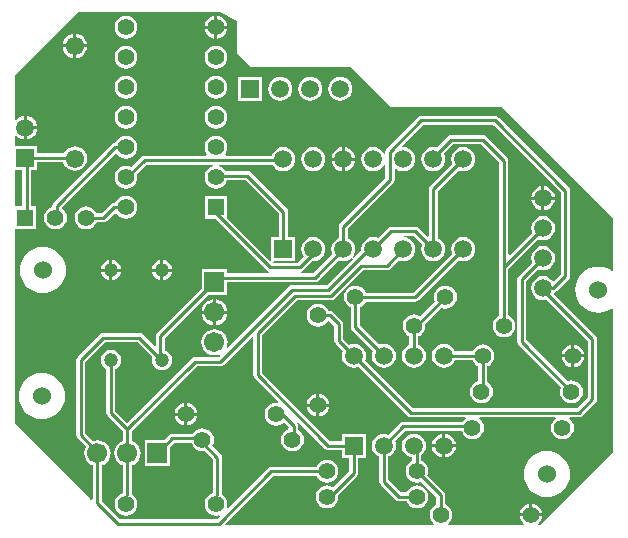
<source format=gtl>
G04*
G04 #@! TF.GenerationSoftware,Altium Limited,Altium Designer,19.1.8 (144)*
G04*
G04 Layer_Physical_Order=1*
G04 Layer_Color=255*
%FSLAX23Y23*%
%MOIN*%
G70*
G01*
G75*
%ADD13C,0.010*%
%ADD26C,0.056*%
%ADD27R,0.056X0.056*%
%ADD32C,0.060*%
%ADD33C,0.055*%
%ADD34C,0.061*%
%ADD35C,0.059*%
%ADD36R,0.059X0.059*%
%ADD37C,0.047*%
%ADD38R,0.055X0.055*%
%ADD39R,0.059X0.059*%
%ADD40C,0.067*%
%ADD41R,0.067X0.067*%
%ADD42R,0.067X0.067*%
G36*
X2005Y3013D02*
X1980D01*
Y3135D01*
X2005D01*
Y3013D01*
D02*
G37*
G36*
X2720Y3630D02*
Y3525D01*
X2767Y3477D01*
X3100D01*
X3233Y3345D01*
X3605Y3345D01*
X3975Y2975D01*
X3975Y2799D01*
X3970Y2797D01*
X3968Y2799D01*
X3955Y2806D01*
X3940Y2811D01*
X3925Y2812D01*
X3910Y2811D01*
X3895Y2806D01*
X3882Y2799D01*
X3870Y2790D01*
X3861Y2778D01*
X3854Y2765D01*
X3849Y2750D01*
X3848Y2735D01*
X3849Y2720D01*
X3854Y2705D01*
X3861Y2692D01*
X3870Y2680D01*
X3882Y2671D01*
X3895Y2664D01*
X3910Y2659D01*
X3925Y2658D01*
X3940Y2659D01*
X3955Y2664D01*
X3968Y2671D01*
X3970Y2673D01*
X3975Y2671D01*
X3975Y2195D01*
X3730Y1950D01*
X3724D01*
X3723Y1955D01*
X3727Y1958D01*
X3733Y1966D01*
X3737Y1975D01*
X3737Y1980D01*
X3700D01*
X3663D01*
X3663Y1975D01*
X3667Y1966D01*
X3673Y1958D01*
X3677Y1955D01*
X3676Y1950D01*
X3424D01*
X3423Y1955D01*
X3427Y1958D01*
X3433Y1966D01*
X3437Y1975D01*
X3438Y1985D01*
X3437Y1995D01*
X3433Y2004D01*
X3427Y2012D01*
X3419Y2018D01*
X3415Y2019D01*
Y2050D01*
X3414Y2056D01*
X3411Y2061D01*
X3355Y2117D01*
X3357Y2120D01*
X3358Y2130D01*
X3357Y2140D01*
X3353Y2149D01*
X3347Y2157D01*
X3339Y2163D01*
X3335Y2164D01*
Y2185D01*
X3338Y2187D01*
X3345Y2195D01*
X3349Y2205D01*
X3350Y2215D01*
X3349Y2225D01*
X3345Y2235D01*
X3338Y2243D01*
X3330Y2250D01*
X3320Y2254D01*
X3310Y2255D01*
X3300Y2254D01*
X3290Y2250D01*
X3282Y2243D01*
X3275Y2235D01*
X3271Y2225D01*
X3270Y2215D01*
X3271Y2205D01*
X3275Y2195D01*
X3282Y2187D01*
X3290Y2180D01*
X3300Y2176D01*
X3305Y2176D01*
Y2164D01*
X3301Y2163D01*
X3293Y2157D01*
X3287Y2149D01*
X3283Y2140D01*
X3282Y2130D01*
X3283Y2120D01*
X3287Y2111D01*
X3293Y2103D01*
X3301Y2097D01*
X3310Y2093D01*
X3320Y2092D01*
X3330Y2093D01*
X3333Y2095D01*
X3385Y2044D01*
Y2019D01*
X3381Y2018D01*
X3373Y2012D01*
X3367Y2004D01*
X3363Y1995D01*
X3362Y1985D01*
X3363Y1975D01*
X3367Y1966D01*
X3373Y1958D01*
X3377Y1955D01*
X3376Y1950D01*
X2683Y1950D01*
X2681Y1955D01*
X2841Y2115D01*
X2986D01*
X2987Y2111D01*
X2993Y2103D01*
X3001Y2097D01*
X3010Y2093D01*
X3020Y2092D01*
X3030Y2093D01*
X3039Y2097D01*
X3047Y2103D01*
X3053Y2111D01*
X3057Y2120D01*
X3058Y2130D01*
X3057Y2140D01*
X3053Y2149D01*
X3047Y2157D01*
X3039Y2163D01*
X3030Y2167D01*
X3020Y2168D01*
X3010Y2167D01*
X3001Y2163D01*
X2993Y2157D01*
X2987Y2149D01*
X2986Y2145D01*
X2835D01*
X2829Y2144D01*
X2824Y2141D01*
X2691Y2008D01*
X2687Y2010D01*
X2687Y2010D01*
X2688Y2020D01*
X2687Y2030D01*
X2683Y2039D01*
X2677Y2047D01*
X2670Y2052D01*
Y2175D01*
X2669Y2181D01*
X2666Y2186D01*
X2637Y2215D01*
X2638Y2216D01*
X2642Y2225D01*
X2643Y2235D01*
X2642Y2245D01*
X2638Y2254D01*
X2632Y2262D01*
X2624Y2268D01*
X2615Y2272D01*
X2605Y2273D01*
X2595Y2272D01*
X2586Y2268D01*
X2578Y2262D01*
X2573Y2255D01*
X2505D01*
X2499Y2254D01*
X2494Y2251D01*
X2477Y2233D01*
X2412D01*
Y2147D01*
X2498D01*
Y2212D01*
X2511Y2225D01*
X2569D01*
X2572Y2216D01*
X2578Y2208D01*
X2586Y2202D01*
X2595Y2198D01*
X2605Y2197D01*
X2611Y2198D01*
X2640Y2169D01*
Y2056D01*
X2631Y2053D01*
X2623Y2047D01*
X2617Y2039D01*
X2613Y2030D01*
X2612Y2020D01*
X2613Y2010D01*
X2617Y2001D01*
X2623Y1993D01*
X2631Y1987D01*
X2640Y1983D01*
X2650Y1982D01*
X2660Y1983D01*
X2660Y1983D01*
X2662Y1979D01*
X2654Y1970D01*
X2331D01*
X2270Y2031D01*
Y2149D01*
X2277Y2152D01*
X2286Y2159D01*
X2293Y2168D01*
X2297Y2179D01*
X2299Y2190D01*
X2297Y2201D01*
X2293Y2212D01*
X2286Y2221D01*
X2277Y2228D01*
X2266Y2232D01*
X2255Y2234D01*
X2244Y2232D01*
X2241Y2231D01*
X2215Y2256D01*
Y2494D01*
X2281Y2560D01*
X2389D01*
X2438Y2510D01*
X2437Y2509D01*
X2436Y2500D01*
X2437Y2491D01*
X2441Y2483D01*
X2446Y2476D01*
X2453Y2471D01*
X2461Y2467D01*
X2470Y2466D01*
X2479Y2467D01*
X2487Y2471D01*
X2494Y2476D01*
X2499Y2483D01*
X2503Y2491D01*
X2504Y2500D01*
X2503Y2509D01*
X2499Y2517D01*
X2494Y2524D01*
X2487Y2529D01*
X2480Y2532D01*
Y2574D01*
X2623Y2717D01*
X2688D01*
Y2760D01*
X2980D01*
X2986Y2761D01*
X2991Y2764D01*
X3060Y2833D01*
X3065Y2831D01*
X3075Y2830D01*
X3085Y2831D01*
X3095Y2835D01*
X3100Y2839D01*
X3103Y2842D01*
X3106Y2838D01*
X3019Y2750D01*
X2905D01*
X2899Y2749D01*
X2894Y2746D01*
X2690Y2541D01*
X2686Y2544D01*
X2687Y2549D01*
X2689Y2560D01*
X2687Y2571D01*
X2683Y2582D01*
X2676Y2591D01*
X2667Y2598D01*
X2656Y2602D01*
X2645Y2604D01*
X2634Y2602D01*
X2623Y2598D01*
X2614Y2591D01*
X2607Y2582D01*
X2603Y2571D01*
X2601Y2560D01*
X2603Y2549D01*
X2607Y2538D01*
X2614Y2529D01*
X2623Y2522D01*
X2634Y2518D01*
X2645Y2516D01*
X2656Y2518D01*
X2661Y2519D01*
X2664Y2515D01*
X2659Y2510D01*
X2580D01*
X2574Y2509D01*
X2569Y2506D01*
X2355Y2292D01*
X2315Y2331D01*
Y2470D01*
X2317Y2471D01*
X2324Y2476D01*
X2329Y2483D01*
X2333Y2491D01*
X2334Y2500D01*
X2333Y2509D01*
X2329Y2517D01*
X2324Y2524D01*
X2317Y2529D01*
X2309Y2533D01*
X2300Y2534D01*
X2291Y2533D01*
X2283Y2529D01*
X2276Y2524D01*
X2271Y2517D01*
X2267Y2509D01*
X2266Y2500D01*
X2267Y2491D01*
X2271Y2483D01*
X2276Y2476D01*
X2283Y2471D01*
X2285Y2470D01*
Y2325D01*
X2286Y2319D01*
X2289Y2314D01*
X2340Y2264D01*
Y2231D01*
X2333Y2228D01*
X2324Y2221D01*
X2317Y2212D01*
X2313Y2201D01*
X2311Y2190D01*
X2313Y2179D01*
X2317Y2168D01*
X2324Y2159D01*
X2333Y2152D01*
X2340Y2149D01*
Y2056D01*
X2331Y2053D01*
X2323Y2047D01*
X2317Y2039D01*
X2313Y2030D01*
X2312Y2020D01*
X2313Y2010D01*
X2317Y2001D01*
X2323Y1993D01*
X2331Y1987D01*
X2340Y1983D01*
X2350Y1982D01*
X2360Y1983D01*
X2369Y1987D01*
X2377Y1993D01*
X2383Y2001D01*
X2387Y2010D01*
X2388Y2020D01*
X2387Y2030D01*
X2383Y2039D01*
X2377Y2047D01*
X2370Y2052D01*
Y2149D01*
X2377Y2152D01*
X2386Y2159D01*
X2393Y2168D01*
X2397Y2179D01*
X2399Y2190D01*
X2397Y2201D01*
X2393Y2212D01*
X2386Y2221D01*
X2377Y2228D01*
X2370Y2231D01*
Y2264D01*
X2586Y2480D01*
X2665D01*
X2671Y2481D01*
X2676Y2484D01*
X2770Y2578D01*
X2775Y2577D01*
Y2450D01*
X2776Y2444D01*
X2779Y2439D01*
X2856Y2362D01*
X2854Y2357D01*
X2850Y2358D01*
X2840Y2357D01*
X2831Y2353D01*
X2823Y2347D01*
X2817Y2339D01*
X2813Y2330D01*
X2812Y2320D01*
X2813Y2310D01*
X2817Y2301D01*
X2823Y2293D01*
X2831Y2287D01*
X2840Y2283D01*
X2850Y2282D01*
X2860Y2283D01*
X2869Y2287D01*
X2876Y2293D01*
X2892Y2276D01*
X2891Y2270D01*
X2886Y2268D01*
X2878Y2262D01*
X2872Y2254D01*
X2868Y2245D01*
X2867Y2235D01*
X2868Y2225D01*
X2872Y2216D01*
X2878Y2208D01*
X2886Y2202D01*
X2895Y2198D01*
X2905Y2197D01*
X2915Y2198D01*
X2924Y2202D01*
X2932Y2208D01*
X2938Y2216D01*
X2942Y2225D01*
X2943Y2235D01*
X2942Y2245D01*
X2938Y2254D01*
X2932Y2262D01*
X2925Y2267D01*
Y2280D01*
X2924Y2286D01*
X2921Y2290D01*
X2925Y2293D01*
X3014Y2204D01*
X3019Y2201D01*
X3025Y2200D01*
X3070D01*
Y2175D01*
X3095D01*
Y2131D01*
X3040Y2077D01*
X3039Y2078D01*
X3030Y2082D01*
X3020Y2083D01*
X3010Y2082D01*
X3001Y2078D01*
X2993Y2072D01*
X2987Y2064D01*
X2983Y2055D01*
X2982Y2045D01*
X2983Y2035D01*
X2987Y2026D01*
X2993Y2018D01*
X3001Y2012D01*
X3010Y2008D01*
X3020Y2007D01*
X3030Y2008D01*
X3039Y2012D01*
X3047Y2018D01*
X3053Y2026D01*
X3057Y2035D01*
X3058Y2045D01*
X3057Y2051D01*
X3121Y2114D01*
X3124Y2119D01*
X3125Y2125D01*
Y2175D01*
X3150D01*
Y2255D01*
X3070D01*
Y2230D01*
X3031D01*
X2805Y2456D01*
Y2584D01*
X2921Y2700D01*
X3035D01*
X3041Y2701D01*
X3046Y2704D01*
X3141Y2800D01*
X3220D01*
X3226Y2801D01*
X3231Y2804D01*
X3260Y2833D01*
X3265Y2831D01*
X3275Y2830D01*
X3285Y2831D01*
X3295Y2835D01*
X3303Y2842D01*
X3310Y2850D01*
X3314Y2860D01*
X3315Y2870D01*
X3314Y2880D01*
X3310Y2890D01*
X3303Y2898D01*
X3295Y2905D01*
X3285Y2909D01*
X3276Y2910D01*
X3277Y2915D01*
X3309D01*
X3338Y2885D01*
X3336Y2880D01*
X3335Y2870D01*
X3336Y2860D01*
X3340Y2850D01*
X3347Y2842D01*
X3355Y2835D01*
X3365Y2831D01*
X3375Y2830D01*
X3385Y2831D01*
X3395Y2835D01*
X3403Y2842D01*
X3410Y2850D01*
X3414Y2860D01*
X3415Y2870D01*
X3414Y2880D01*
X3410Y2890D01*
X3403Y2898D01*
X3395Y2905D01*
X3390Y2906D01*
Y3064D01*
X3460Y3133D01*
X3465Y3131D01*
X3475Y3130D01*
X3485Y3131D01*
X3495Y3135D01*
X3503Y3142D01*
X3510Y3150D01*
X3514Y3160D01*
X3515Y3170D01*
X3514Y3180D01*
X3510Y3190D01*
X3503Y3198D01*
X3495Y3205D01*
X3485Y3209D01*
X3475Y3210D01*
X3465Y3209D01*
X3455Y3205D01*
X3447Y3198D01*
X3440Y3190D01*
X3436Y3180D01*
X3435Y3170D01*
X3436Y3160D01*
X3438Y3155D01*
X3364Y3081D01*
X3361Y3076D01*
X3360Y3070D01*
Y2913D01*
X3355Y2912D01*
X3326Y2941D01*
X3321Y2944D01*
X3315Y2945D01*
X3235D01*
X3229Y2944D01*
X3224Y2941D01*
X3190Y2907D01*
X3185Y2909D01*
X3175Y2910D01*
X3165Y2909D01*
X3155Y2905D01*
X3147Y2898D01*
X3140Y2890D01*
X3136Y2880D01*
X3135Y2870D01*
X3136Y2867D01*
X3107Y2839D01*
X3103Y2842D01*
X3106Y2845D01*
X3110Y2850D01*
X3114Y2860D01*
X3115Y2870D01*
X3114Y2880D01*
X3110Y2890D01*
X3103Y2898D01*
X3095Y2905D01*
X3090Y2906D01*
Y2939D01*
X3241Y3090D01*
X3245Y3095D01*
X3246Y3100D01*
Y3136D01*
X3251Y3139D01*
X3255Y3135D01*
X3265Y3131D01*
X3275Y3130D01*
X3285Y3131D01*
X3295Y3135D01*
X3303Y3142D01*
X3310Y3150D01*
X3314Y3160D01*
X3315Y3170D01*
X3314Y3180D01*
X3310Y3190D01*
X3303Y3198D01*
X3295Y3205D01*
X3285Y3209D01*
X3275Y3210D01*
X3273Y3210D01*
X3271Y3214D01*
X3341Y3285D01*
X3574D01*
X3800Y3059D01*
Y2786D01*
X3777Y2763D01*
X3772Y2764D01*
X3768Y2768D01*
X3760Y2775D01*
X3750Y2779D01*
X3740Y2780D01*
X3730Y2779D01*
X3720Y2775D01*
X3712Y2768D01*
X3706Y2760D01*
X3702Y2750D01*
X3700Y2740D01*
X3702Y2730D01*
X3706Y2720D01*
X3712Y2712D01*
X3720Y2705D01*
X3730Y2701D01*
X3740Y2700D01*
X3750Y2701D01*
X3751Y2702D01*
X3890Y2564D01*
Y2376D01*
X3854Y2340D01*
X3306D01*
X3147Y2500D01*
X3149Y2505D01*
X3150Y2515D01*
X3149Y2525D01*
X3145Y2535D01*
X3138Y2543D01*
X3130Y2550D01*
X3120Y2554D01*
X3110Y2555D01*
X3100Y2554D01*
X3095Y2552D01*
X3075Y2571D01*
Y2620D01*
X3074Y2626D01*
X3071Y2631D01*
X3041Y2661D01*
X3036Y2664D01*
X3030Y2665D01*
X3024D01*
X3023Y2669D01*
X3017Y2677D01*
X3009Y2683D01*
X3000Y2687D01*
X2990Y2688D01*
X2980Y2687D01*
X2971Y2683D01*
X2963Y2677D01*
X2957Y2669D01*
X2953Y2660D01*
X2952Y2650D01*
X2953Y2640D01*
X2957Y2631D01*
X2963Y2623D01*
X2971Y2617D01*
X2980Y2613D01*
X2990Y2612D01*
X3000Y2613D01*
X3009Y2617D01*
X3017Y2623D01*
X3022Y2630D01*
X3028Y2631D01*
X3045Y2614D01*
Y2565D01*
X3046Y2559D01*
X3049Y2554D01*
X3073Y2530D01*
X3071Y2525D01*
X3070Y2515D01*
X3071Y2505D01*
X3075Y2495D01*
X3082Y2487D01*
X3090Y2480D01*
X3100Y2476D01*
X3110Y2475D01*
X3120Y2476D01*
X3125Y2478D01*
X3289Y2314D01*
X3294Y2311D01*
X3300Y2310D01*
X3480D01*
X3482Y2305D01*
X3478Y2302D01*
X3473Y2295D01*
X3275D01*
X3269Y2294D01*
X3264Y2291D01*
X3225Y2252D01*
X3220Y2254D01*
X3210Y2255D01*
X3200Y2254D01*
X3190Y2250D01*
X3182Y2243D01*
X3175Y2235D01*
X3171Y2225D01*
X3170Y2215D01*
X3171Y2205D01*
X3175Y2195D01*
X3182Y2187D01*
X3190Y2180D01*
X3195Y2179D01*
Y2095D01*
X3196Y2089D01*
X3199Y2084D01*
X3249Y2034D01*
X3254Y2031D01*
X3260Y2030D01*
X3286D01*
X3287Y2026D01*
X3293Y2018D01*
X3301Y2012D01*
X3310Y2008D01*
X3320Y2007D01*
X3330Y2008D01*
X3339Y2012D01*
X3347Y2018D01*
X3353Y2026D01*
X3357Y2035D01*
X3358Y2045D01*
X3357Y2055D01*
X3353Y2064D01*
X3347Y2072D01*
X3339Y2078D01*
X3330Y2082D01*
X3320Y2083D01*
X3310Y2082D01*
X3301Y2078D01*
X3293Y2072D01*
X3287Y2064D01*
X3286Y2060D01*
X3266D01*
X3225Y2101D01*
Y2179D01*
X3230Y2180D01*
X3238Y2187D01*
X3245Y2195D01*
X3249Y2205D01*
X3250Y2215D01*
X3249Y2225D01*
X3247Y2230D01*
X3281Y2265D01*
X3469D01*
X3472Y2256D01*
X3478Y2248D01*
X3486Y2242D01*
X3495Y2238D01*
X3505Y2237D01*
X3515Y2238D01*
X3524Y2242D01*
X3532Y2248D01*
X3538Y2256D01*
X3542Y2265D01*
X3543Y2275D01*
X3542Y2285D01*
X3538Y2294D01*
X3532Y2302D01*
X3528Y2305D01*
X3530Y2310D01*
X3780D01*
X3782Y2305D01*
X3778Y2302D01*
X3772Y2294D01*
X3768Y2285D01*
X3767Y2275D01*
X3768Y2265D01*
X3772Y2256D01*
X3778Y2248D01*
X3786Y2242D01*
X3795Y2238D01*
X3805Y2237D01*
X3815Y2238D01*
X3824Y2242D01*
X3832Y2248D01*
X3838Y2256D01*
X3842Y2265D01*
X3843Y2275D01*
X3842Y2285D01*
X3838Y2294D01*
X3832Y2302D01*
X3828Y2305D01*
X3830Y2310D01*
X3860D01*
X3866Y2311D01*
X3871Y2314D01*
X3916Y2359D01*
X3919Y2364D01*
X3920Y2370D01*
Y2570D01*
X3919Y2576D01*
X3916Y2581D01*
X3776Y2720D01*
X3778Y2725D01*
X3781Y2726D01*
X3786Y2729D01*
X3826Y2769D01*
X3829Y2774D01*
X3830Y2780D01*
Y3065D01*
X3829Y3071D01*
X3826Y3076D01*
X3591Y3311D01*
X3586Y3314D01*
X3580Y3315D01*
X3335D01*
X3329Y3314D01*
X3324Y3311D01*
X3220Y3206D01*
X3216Y3201D01*
X3215Y3195D01*
Y3189D01*
X3210Y3188D01*
X3210Y3190D01*
X3203Y3198D01*
X3195Y3205D01*
X3185Y3209D01*
X3175Y3210D01*
X3165Y3209D01*
X3155Y3205D01*
X3147Y3198D01*
X3140Y3190D01*
X3136Y3180D01*
X3135Y3170D01*
X3136Y3160D01*
X3140Y3150D01*
X3147Y3142D01*
X3155Y3135D01*
X3165Y3131D01*
X3175Y3130D01*
X3185Y3131D01*
X3195Y3135D01*
X3203Y3142D01*
X3210Y3150D01*
X3210Y3152D01*
X3215Y3151D01*
Y3107D01*
X3064Y2956D01*
X3061Y2951D01*
X3060Y2945D01*
Y2906D01*
X3055Y2905D01*
X3047Y2898D01*
X3040Y2890D01*
X3036Y2880D01*
X3035Y2870D01*
X3036Y2860D01*
X3038Y2855D01*
X2974Y2790D01*
X2933D01*
X2933Y2795D01*
X2936Y2796D01*
X2941Y2799D01*
X2972Y2831D01*
X2975Y2830D01*
X2985Y2831D01*
X2995Y2835D01*
X3003Y2842D01*
X3010Y2850D01*
X3014Y2860D01*
X3015Y2870D01*
X3014Y2880D01*
X3010Y2890D01*
X3003Y2898D01*
X2995Y2905D01*
X2985Y2909D01*
X2975Y2910D01*
X2965Y2909D01*
X2955Y2905D01*
X2947Y2898D01*
X2940Y2890D01*
X2936Y2880D01*
X2935Y2870D01*
X2936Y2860D01*
X2940Y2850D01*
X2944Y2846D01*
X2924Y2825D01*
X2841D01*
X2841Y2825D01*
X2844Y2830D01*
X2915D01*
Y2910D01*
X2890D01*
Y2995D01*
X2889Y3001D01*
X2886Y3006D01*
X2766Y3126D01*
X2761Y3129D01*
X2755Y3130D01*
X2682D01*
X2677Y3137D01*
X2669Y3143D01*
X2660Y3147D01*
X2661Y3152D01*
X2840D01*
X2840Y3150D01*
X2847Y3142D01*
X2855Y3135D01*
X2865Y3131D01*
X2875Y3130D01*
X2885Y3131D01*
X2895Y3135D01*
X2903Y3142D01*
X2910Y3150D01*
X2914Y3160D01*
X2915Y3170D01*
X2914Y3180D01*
X2910Y3190D01*
X2903Y3198D01*
X2895Y3205D01*
X2885Y3209D01*
X2875Y3210D01*
X2865Y3209D01*
X2855Y3205D01*
X2847Y3198D01*
X2840Y3190D01*
X2837Y3182D01*
X2683D01*
X2680Y3187D01*
X2683Y3191D01*
X2687Y3200D01*
X2688Y3210D01*
X2687Y3220D01*
X2683Y3229D01*
X2677Y3237D01*
X2669Y3243D01*
X2660Y3247D01*
X2650Y3248D01*
X2640Y3247D01*
X2631Y3243D01*
X2623Y3237D01*
X2617Y3229D01*
X2613Y3220D01*
X2612Y3210D01*
X2613Y3200D01*
X2617Y3191D01*
X2620Y3187D01*
X2617Y3182D01*
X2412D01*
X2406Y3181D01*
X2401Y3178D01*
X2367Y3144D01*
X2360Y3147D01*
X2350Y3148D01*
X2340Y3147D01*
X2331Y3143D01*
X2323Y3137D01*
X2317Y3129D01*
X2313Y3120D01*
X2312Y3110D01*
X2313Y3100D01*
X2317Y3091D01*
X2323Y3083D01*
X2331Y3077D01*
X2340Y3073D01*
X2350Y3072D01*
X2360Y3073D01*
X2369Y3077D01*
X2377Y3083D01*
X2383Y3091D01*
X2387Y3100D01*
X2388Y3110D01*
X2387Y3120D01*
X2387Y3120D01*
X2418Y3152D01*
X2639D01*
X2640Y3147D01*
X2631Y3143D01*
X2623Y3137D01*
X2617Y3129D01*
X2613Y3120D01*
X2612Y3110D01*
X2613Y3100D01*
X2617Y3091D01*
X2623Y3083D01*
X2631Y3077D01*
X2640Y3073D01*
X2650Y3072D01*
X2660Y3073D01*
X2669Y3077D01*
X2677Y3083D01*
X2683Y3091D01*
X2687Y3100D01*
X2749D01*
X2860Y2989D01*
Y2910D01*
X2835D01*
X2835Y2834D01*
Y2834D01*
Y2834D01*
X2835Y2833D01*
X2834Y2833D01*
X2830Y2831D01*
X2688Y2974D01*
Y3048D01*
X2612D01*
Y2972D01*
X2646D01*
X2819Y2799D01*
X2824Y2796D01*
X2827Y2795D01*
X2827Y2790D01*
X2688D01*
Y2803D01*
X2602D01*
Y2738D01*
X2454Y2591D01*
X2451Y2586D01*
X2450Y2580D01*
Y2548D01*
X2445Y2547D01*
X2406Y2586D01*
X2401Y2589D01*
X2395Y2590D01*
X2275D01*
X2269Y2589D01*
X2264Y2586D01*
X2189Y2511D01*
X2186Y2506D01*
X2185Y2500D01*
Y2250D01*
X2186Y2244D01*
X2189Y2239D01*
X2217Y2212D01*
X2213Y2201D01*
X2211Y2190D01*
X2213Y2179D01*
X2217Y2168D01*
X2224Y2159D01*
X2233Y2152D01*
X2240Y2149D01*
Y2037D01*
X2235Y2035D01*
X1980Y2290D01*
X1980Y2937D01*
X2050D01*
Y3013D01*
X2035D01*
Y3135D01*
X2055D01*
Y3160D01*
X2141D01*
X2145Y3152D01*
X2151Y3143D01*
X2160Y3137D01*
X2169Y3133D01*
X2180Y3131D01*
X2191Y3133D01*
X2200Y3137D01*
X2209Y3143D01*
X2215Y3152D01*
X2219Y3162D01*
X2221Y3172D01*
X2219Y3183D01*
X2215Y3193D01*
X2209Y3201D01*
X2200Y3208D01*
X2191Y3212D01*
X2180Y3213D01*
X2169Y3212D01*
X2160Y3208D01*
X2151Y3201D01*
X2145Y3193D01*
X2144Y3190D01*
X2055D01*
Y3215D01*
X1980D01*
Y3247D01*
X1985Y3249D01*
X1987Y3247D01*
X1995Y3240D01*
X2005Y3236D01*
X2010Y3236D01*
Y3275D01*
Y3314D01*
X2005Y3314D01*
X1995Y3310D01*
X1987Y3303D01*
X1985Y3301D01*
X1980Y3303D01*
Y3450D01*
X2190Y3660D01*
X2665D01*
X2720Y3630D01*
D02*
G37*
%LPC*%
G36*
X2655Y3648D02*
Y3615D01*
X2688D01*
X2687Y3620D01*
X2683Y3629D01*
X2677Y3637D01*
X2669Y3643D01*
X2660Y3647D01*
X2655Y3648D01*
D02*
G37*
G36*
X2645D02*
X2640Y3647D01*
X2631Y3643D01*
X2623Y3637D01*
X2617Y3629D01*
X2613Y3620D01*
X2612Y3615D01*
X2645D01*
Y3648D01*
D02*
G37*
G36*
X2688Y3605D02*
X2655D01*
Y3572D01*
X2660Y3573D01*
X2669Y3577D01*
X2677Y3583D01*
X2683Y3591D01*
X2687Y3600D01*
X2688Y3605D01*
D02*
G37*
G36*
X2645D02*
X2612D01*
X2613Y3600D01*
X2617Y3591D01*
X2623Y3583D01*
X2631Y3577D01*
X2640Y3573D01*
X2645Y3572D01*
Y3605D01*
D02*
G37*
G36*
X2350Y3648D02*
X2340Y3647D01*
X2331Y3643D01*
X2323Y3637D01*
X2317Y3629D01*
X2313Y3620D01*
X2312Y3610D01*
X2313Y3600D01*
X2317Y3591D01*
X2323Y3583D01*
X2331Y3577D01*
X2340Y3573D01*
X2350Y3572D01*
X2360Y3573D01*
X2369Y3577D01*
X2377Y3583D01*
X2383Y3591D01*
X2387Y3600D01*
X2388Y3610D01*
X2387Y3620D01*
X2383Y3629D01*
X2377Y3637D01*
X2369Y3643D01*
X2360Y3647D01*
X2350Y3648D01*
D02*
G37*
G36*
X2185Y3588D02*
Y3553D01*
X2220D01*
X2219Y3558D01*
X2215Y3568D01*
X2209Y3577D01*
X2200Y3583D01*
X2191Y3587D01*
X2185Y3588D01*
D02*
G37*
G36*
X2175Y3588D02*
X2169Y3587D01*
X2160Y3583D01*
X2151Y3577D01*
X2145Y3568D01*
X2141Y3558D01*
X2140Y3553D01*
X2175D01*
Y3588D01*
D02*
G37*
G36*
Y3543D02*
X2140D01*
X2141Y3537D01*
X2145Y3527D01*
X2151Y3519D01*
X2160Y3512D01*
X2169Y3508D01*
X2175Y3508D01*
Y3543D01*
D02*
G37*
G36*
X2220D02*
X2185D01*
Y3508D01*
X2191Y3508D01*
X2200Y3512D01*
X2209Y3519D01*
X2215Y3527D01*
X2219Y3537D01*
X2220Y3543D01*
D02*
G37*
G36*
X2650Y3548D02*
X2640Y3547D01*
X2631Y3543D01*
X2623Y3537D01*
X2617Y3529D01*
X2613Y3520D01*
X2612Y3510D01*
X2613Y3500D01*
X2617Y3491D01*
X2623Y3483D01*
X2631Y3477D01*
X2640Y3473D01*
X2650Y3472D01*
X2660Y3473D01*
X2669Y3477D01*
X2677Y3483D01*
X2683Y3491D01*
X2687Y3500D01*
X2688Y3510D01*
X2687Y3520D01*
X2683Y3529D01*
X2677Y3537D01*
X2669Y3543D01*
X2660Y3547D01*
X2650Y3548D01*
D02*
G37*
G36*
X2350D02*
X2340Y3547D01*
X2331Y3543D01*
X2323Y3537D01*
X2317Y3529D01*
X2313Y3520D01*
X2312Y3510D01*
X2313Y3500D01*
X2317Y3491D01*
X2323Y3483D01*
X2331Y3477D01*
X2340Y3473D01*
X2350Y3472D01*
X2360Y3473D01*
X2369Y3477D01*
X2377Y3483D01*
X2383Y3491D01*
X2387Y3500D01*
X2388Y3510D01*
X2387Y3520D01*
X2383Y3529D01*
X2377Y3537D01*
X2369Y3543D01*
X2360Y3547D01*
X2350Y3548D01*
D02*
G37*
G36*
X2650Y3448D02*
X2640Y3447D01*
X2631Y3443D01*
X2623Y3437D01*
X2617Y3429D01*
X2613Y3420D01*
X2612Y3410D01*
X2613Y3400D01*
X2617Y3391D01*
X2623Y3383D01*
X2631Y3377D01*
X2640Y3373D01*
X2650Y3372D01*
X2660Y3373D01*
X2669Y3377D01*
X2677Y3383D01*
X2683Y3391D01*
X2687Y3400D01*
X2688Y3410D01*
X2687Y3420D01*
X2683Y3429D01*
X2677Y3437D01*
X2669Y3443D01*
X2660Y3447D01*
X2650Y3448D01*
D02*
G37*
G36*
X2350D02*
X2340Y3447D01*
X2331Y3443D01*
X2323Y3437D01*
X2317Y3429D01*
X2313Y3420D01*
X2312Y3410D01*
X2313Y3400D01*
X2317Y3391D01*
X2323Y3383D01*
X2331Y3377D01*
X2340Y3373D01*
X2350Y3372D01*
X2360Y3373D01*
X2369Y3377D01*
X2377Y3383D01*
X2383Y3391D01*
X2387Y3400D01*
X2388Y3410D01*
X2387Y3420D01*
X2383Y3429D01*
X2377Y3437D01*
X2369Y3443D01*
X2360Y3447D01*
X2350Y3448D01*
D02*
G37*
G36*
X2805Y3445D02*
X2725D01*
Y3365D01*
X2805D01*
Y3445D01*
D02*
G37*
G36*
X3065Y3445D02*
X3055Y3444D01*
X3045Y3440D01*
X3037Y3433D01*
X3030Y3425D01*
X3026Y3415D01*
X3025Y3405D01*
X3026Y3395D01*
X3030Y3385D01*
X3037Y3377D01*
X3045Y3370D01*
X3055Y3366D01*
X3065Y3365D01*
X3075Y3366D01*
X3085Y3370D01*
X3093Y3377D01*
X3100Y3385D01*
X3104Y3395D01*
X3105Y3405D01*
X3104Y3415D01*
X3100Y3425D01*
X3093Y3433D01*
X3085Y3440D01*
X3075Y3444D01*
X3065Y3445D01*
D02*
G37*
G36*
X2965D02*
X2955Y3444D01*
X2945Y3440D01*
X2937Y3433D01*
X2930Y3425D01*
X2926Y3415D01*
X2925Y3405D01*
X2926Y3395D01*
X2930Y3385D01*
X2937Y3377D01*
X2945Y3370D01*
X2955Y3366D01*
X2965Y3365D01*
X2975Y3366D01*
X2985Y3370D01*
X2993Y3377D01*
X3000Y3385D01*
X3004Y3395D01*
X3005Y3405D01*
X3004Y3415D01*
X3000Y3425D01*
X2993Y3433D01*
X2985Y3440D01*
X2975Y3444D01*
X2965Y3445D01*
D02*
G37*
G36*
X2865D02*
X2855Y3444D01*
X2845Y3440D01*
X2837Y3433D01*
X2830Y3425D01*
X2826Y3415D01*
X2825Y3405D01*
X2826Y3395D01*
X2830Y3385D01*
X2837Y3377D01*
X2845Y3370D01*
X2855Y3366D01*
X2865Y3365D01*
X2875Y3366D01*
X2885Y3370D01*
X2893Y3377D01*
X2900Y3385D01*
X2904Y3395D01*
X2905Y3405D01*
X2904Y3415D01*
X2900Y3425D01*
X2893Y3433D01*
X2885Y3440D01*
X2875Y3444D01*
X2865Y3445D01*
D02*
G37*
G36*
X2020Y3314D02*
Y3280D01*
X2054D01*
X2054Y3285D01*
X2050Y3295D01*
X2043Y3303D01*
X2035Y3310D01*
X2025Y3314D01*
X2020Y3314D01*
D02*
G37*
G36*
X2650Y3348D02*
X2640Y3347D01*
X2631Y3343D01*
X2623Y3337D01*
X2617Y3329D01*
X2613Y3320D01*
X2612Y3310D01*
X2613Y3300D01*
X2617Y3291D01*
X2623Y3283D01*
X2631Y3277D01*
X2640Y3273D01*
X2650Y3272D01*
X2660Y3273D01*
X2669Y3277D01*
X2677Y3283D01*
X2683Y3291D01*
X2687Y3300D01*
X2688Y3310D01*
X2687Y3320D01*
X2683Y3329D01*
X2677Y3337D01*
X2669Y3343D01*
X2660Y3347D01*
X2650Y3348D01*
D02*
G37*
G36*
X2350D02*
X2340Y3347D01*
X2331Y3343D01*
X2323Y3337D01*
X2317Y3329D01*
X2313Y3320D01*
X2312Y3310D01*
X2313Y3300D01*
X2317Y3291D01*
X2323Y3283D01*
X2331Y3277D01*
X2340Y3273D01*
X2350Y3272D01*
X2360Y3273D01*
X2369Y3277D01*
X2377Y3283D01*
X2383Y3291D01*
X2387Y3300D01*
X2388Y3310D01*
X2387Y3320D01*
X2383Y3329D01*
X2377Y3337D01*
X2369Y3343D01*
X2360Y3347D01*
X2350Y3348D01*
D02*
G37*
G36*
X2054Y3270D02*
X2020D01*
Y3236D01*
X2025Y3236D01*
X2035Y3240D01*
X2043Y3247D01*
X2050Y3255D01*
X2054Y3265D01*
X2054Y3270D01*
D02*
G37*
G36*
X3080Y3209D02*
Y3175D01*
X3114D01*
X3114Y3180D01*
X3110Y3190D01*
X3103Y3198D01*
X3095Y3205D01*
X3085Y3209D01*
X3080Y3209D01*
D02*
G37*
G36*
X3070D02*
X3065Y3209D01*
X3055Y3205D01*
X3047Y3198D01*
X3040Y3190D01*
X3036Y3180D01*
X3036Y3175D01*
X3070D01*
Y3209D01*
D02*
G37*
G36*
X2350Y3248D02*
X2340Y3247D01*
X2331Y3243D01*
X2323Y3237D01*
X2317Y3229D01*
X2315Y3225D01*
X2315D01*
X2309Y3224D01*
X2304Y3221D01*
X2109Y3026D01*
X2106Y3021D01*
X2105Y3015D01*
Y3011D01*
X2096Y3008D01*
X2088Y3002D01*
X2082Y2994D01*
X2078Y2985D01*
X2077Y2975D01*
X2078Y2965D01*
X2082Y2956D01*
X2088Y2948D01*
X2096Y2942D01*
X2105Y2938D01*
X2115Y2937D01*
X2125Y2938D01*
X2134Y2942D01*
X2142Y2948D01*
X2148Y2956D01*
X2152Y2965D01*
X2153Y2975D01*
X2152Y2985D01*
X2148Y2994D01*
X2142Y3002D01*
X2138Y3005D01*
X2138Y3011D01*
X2314Y3188D01*
X2319Y3187D01*
X2323Y3183D01*
X2331Y3177D01*
X2340Y3173D01*
X2350Y3172D01*
X2360Y3173D01*
X2369Y3177D01*
X2377Y3183D01*
X2383Y3191D01*
X2387Y3200D01*
X2388Y3210D01*
X2387Y3220D01*
X2383Y3229D01*
X2377Y3237D01*
X2369Y3243D01*
X2360Y3247D01*
X2350Y3248D01*
D02*
G37*
G36*
X3114Y3165D02*
X3080D01*
Y3131D01*
X3085Y3131D01*
X3095Y3135D01*
X3103Y3142D01*
X3110Y3150D01*
X3114Y3160D01*
X3114Y3165D01*
D02*
G37*
G36*
X3070D02*
X3036D01*
X3036Y3160D01*
X3040Y3150D01*
X3047Y3142D01*
X3055Y3135D01*
X3065Y3131D01*
X3070Y3131D01*
Y3165D01*
D02*
G37*
G36*
X2975Y3210D02*
X2965Y3209D01*
X2955Y3205D01*
X2947Y3198D01*
X2940Y3190D01*
X2936Y3180D01*
X2935Y3170D01*
X2936Y3160D01*
X2940Y3150D01*
X2947Y3142D01*
X2955Y3135D01*
X2965Y3131D01*
X2975Y3130D01*
X2985Y3131D01*
X2995Y3135D01*
X3003Y3142D01*
X3010Y3150D01*
X3014Y3160D01*
X3015Y3170D01*
X3014Y3180D01*
X3010Y3190D01*
X3003Y3198D01*
X2995Y3205D01*
X2985Y3209D01*
X2975Y3210D01*
D02*
G37*
G36*
X3745Y3079D02*
Y3045D01*
X3779D01*
X3779Y3050D01*
X3775Y3060D01*
X3768Y3068D01*
X3760Y3075D01*
X3750Y3079D01*
X3745Y3079D01*
D02*
G37*
G36*
X3735D02*
X3730Y3079D01*
X3720Y3075D01*
X3712Y3068D01*
X3706Y3060D01*
X3702Y3050D01*
X3701Y3045D01*
X3735D01*
Y3079D01*
D02*
G37*
G36*
X3779Y3035D02*
X3745D01*
Y3001D01*
X3750Y3001D01*
X3760Y3005D01*
X3768Y3012D01*
X3775Y3020D01*
X3779Y3030D01*
X3779Y3035D01*
D02*
G37*
G36*
X3735D02*
X3701D01*
X3702Y3030D01*
X3706Y3020D01*
X3712Y3012D01*
X3720Y3005D01*
X3730Y3001D01*
X3735Y3001D01*
Y3035D01*
D02*
G37*
G36*
X2350Y3048D02*
X2340Y3047D01*
X2331Y3043D01*
X2323Y3037D01*
X2317Y3029D01*
X2315Y3025D01*
X2310D01*
X2304Y3024D01*
X2299Y3021D01*
X2269Y2990D01*
X2252D01*
X2250Y2994D01*
X2244Y3002D01*
X2236Y3008D01*
X2227Y3012D01*
X2217Y3013D01*
X2208Y3012D01*
X2198Y3008D01*
X2191Y3002D01*
X2185Y2994D01*
X2181Y2985D01*
X2179Y2975D01*
X2181Y2965D01*
X2185Y2956D01*
X2191Y2948D01*
X2198Y2942D01*
X2208Y2938D01*
X2217Y2937D01*
X2227Y2938D01*
X2236Y2942D01*
X2244Y2948D01*
X2250Y2956D01*
X2252Y2960D01*
X2275D01*
X2281Y2961D01*
X2286Y2964D01*
X2312Y2990D01*
X2318Y2989D01*
X2323Y2983D01*
X2331Y2977D01*
X2340Y2973D01*
X2350Y2972D01*
X2360Y2973D01*
X2369Y2977D01*
X2377Y2983D01*
X2383Y2991D01*
X2387Y3000D01*
X2388Y3010D01*
X2387Y3020D01*
X2383Y3029D01*
X2377Y3037D01*
X2369Y3043D01*
X2360Y3047D01*
X2350Y3048D01*
D02*
G37*
G36*
X3540Y3250D02*
X3435D01*
X3429Y3249D01*
X3424Y3246D01*
X3386Y3208D01*
X3385Y3209D01*
X3375Y3210D01*
X3365Y3209D01*
X3355Y3205D01*
X3347Y3198D01*
X3340Y3190D01*
X3336Y3180D01*
X3335Y3170D01*
X3336Y3160D01*
X3340Y3150D01*
X3347Y3142D01*
X3355Y3135D01*
X3365Y3131D01*
X3375Y3130D01*
X3385Y3131D01*
X3395Y3135D01*
X3403Y3142D01*
X3410Y3150D01*
X3414Y3160D01*
X3415Y3170D01*
X3414Y3180D01*
X3410Y3188D01*
X3441Y3220D01*
X3534D01*
X3595Y3159D01*
Y2810D01*
Y2649D01*
X3591Y2648D01*
X3583Y2642D01*
X3577Y2634D01*
X3573Y2625D01*
X3572Y2615D01*
X3573Y2605D01*
X3577Y2596D01*
X3583Y2588D01*
X3591Y2582D01*
X3600Y2578D01*
X3610Y2577D01*
X3620Y2578D01*
X3629Y2582D01*
X3637Y2588D01*
X3643Y2596D01*
X3647Y2605D01*
X3648Y2615D01*
X3647Y2625D01*
X3643Y2634D01*
X3637Y2642D01*
X3629Y2648D01*
X3625Y2649D01*
Y2804D01*
X3725Y2903D01*
X3730Y2901D01*
X3740Y2900D01*
X3750Y2901D01*
X3760Y2905D01*
X3768Y2912D01*
X3775Y2920D01*
X3779Y2930D01*
X3780Y2940D01*
X3779Y2950D01*
X3775Y2960D01*
X3768Y2968D01*
X3760Y2975D01*
X3750Y2979D01*
X3740Y2980D01*
X3730Y2979D01*
X3720Y2975D01*
X3712Y2968D01*
X3706Y2960D01*
X3702Y2950D01*
X3700Y2940D01*
X3702Y2930D01*
X3704Y2925D01*
X3630Y2851D01*
X3625Y2853D01*
Y3165D01*
X3624Y3171D01*
X3621Y3176D01*
X3551Y3246D01*
X3546Y3249D01*
X3540Y3250D01*
D02*
G37*
G36*
X3475Y2910D02*
X3465Y2909D01*
X3455Y2905D01*
X3447Y2898D01*
X3440Y2890D01*
X3436Y2880D01*
X3435Y2870D01*
X3436Y2860D01*
X3438Y2855D01*
X3309Y2725D01*
X3149D01*
X3148Y2729D01*
X3142Y2737D01*
X3134Y2743D01*
X3125Y2747D01*
X3115Y2748D01*
X3105Y2747D01*
X3096Y2743D01*
X3088Y2737D01*
X3082Y2729D01*
X3078Y2720D01*
X3077Y2710D01*
X3078Y2700D01*
X3082Y2691D01*
X3088Y2683D01*
X3096Y2677D01*
X3100Y2676D01*
Y2610D01*
X3101Y2604D01*
X3104Y2599D01*
X3173Y2530D01*
X3171Y2525D01*
X3170Y2515D01*
X3171Y2505D01*
X3175Y2495D01*
X3182Y2487D01*
X3190Y2480D01*
X3200Y2476D01*
X3210Y2475D01*
X3220Y2476D01*
X3230Y2480D01*
X3238Y2487D01*
X3245Y2495D01*
X3249Y2505D01*
X3250Y2515D01*
X3249Y2525D01*
X3245Y2535D01*
X3238Y2543D01*
X3230Y2550D01*
X3220Y2554D01*
X3210Y2555D01*
X3200Y2554D01*
X3195Y2552D01*
X3130Y2616D01*
Y2676D01*
X3134Y2677D01*
X3142Y2683D01*
X3148Y2691D01*
X3149Y2695D01*
X3315D01*
X3321Y2696D01*
X3326Y2699D01*
X3460Y2833D01*
X3465Y2831D01*
X3475Y2830D01*
X3485Y2831D01*
X3495Y2835D01*
X3503Y2842D01*
X3510Y2850D01*
X3514Y2860D01*
X3515Y2870D01*
X3514Y2880D01*
X3510Y2890D01*
X3503Y2898D01*
X3495Y2905D01*
X3485Y2909D01*
X3475Y2910D01*
D02*
G37*
G36*
X2305Y2833D02*
Y2805D01*
X2333D01*
X2333Y2809D01*
X2329Y2817D01*
X2324Y2824D01*
X2317Y2829D01*
X2309Y2833D01*
X2305Y2833D01*
D02*
G37*
G36*
X2475D02*
Y2805D01*
X2503D01*
X2503Y2809D01*
X2499Y2817D01*
X2494Y2824D01*
X2487Y2829D01*
X2479Y2833D01*
X2475Y2833D01*
D02*
G37*
G36*
X2465D02*
X2461Y2833D01*
X2453Y2829D01*
X2446Y2824D01*
X2441Y2817D01*
X2437Y2809D01*
X2437Y2805D01*
X2465D01*
Y2833D01*
D02*
G37*
G36*
X2295D02*
X2291Y2833D01*
X2283Y2829D01*
X2276Y2824D01*
X2271Y2817D01*
X2267Y2809D01*
X2267Y2805D01*
X2295D01*
Y2833D01*
D02*
G37*
G36*
X3740Y2880D02*
X3730Y2879D01*
X3720Y2875D01*
X3712Y2868D01*
X3706Y2860D01*
X3702Y2850D01*
X3700Y2840D01*
X3702Y2830D01*
X3704Y2825D01*
X3659Y2781D01*
X3656Y2776D01*
X3655Y2770D01*
Y2560D01*
X3656Y2554D01*
X3659Y2549D01*
X3800Y2408D01*
X3798Y2405D01*
X3797Y2395D01*
X3798Y2385D01*
X3802Y2376D01*
X3808Y2368D01*
X3816Y2362D01*
X3825Y2358D01*
X3835Y2357D01*
X3845Y2358D01*
X3854Y2362D01*
X3862Y2368D01*
X3868Y2376D01*
X3872Y2385D01*
X3873Y2395D01*
X3872Y2405D01*
X3868Y2414D01*
X3862Y2422D01*
X3854Y2428D01*
X3845Y2432D01*
X3835Y2433D01*
X3825Y2432D01*
X3822Y2430D01*
X3685Y2566D01*
Y2764D01*
X3725Y2803D01*
X3730Y2801D01*
X3740Y2800D01*
X3750Y2801D01*
X3760Y2805D01*
X3768Y2812D01*
X3775Y2820D01*
X3779Y2830D01*
X3780Y2840D01*
X3779Y2850D01*
X3775Y2860D01*
X3768Y2868D01*
X3760Y2875D01*
X3750Y2879D01*
X3740Y2880D01*
D02*
G37*
G36*
X2333Y2795D02*
X2305D01*
Y2767D01*
X2309Y2767D01*
X2317Y2771D01*
X2324Y2776D01*
X2329Y2783D01*
X2333Y2791D01*
X2333Y2795D01*
D02*
G37*
G36*
X2503D02*
X2475D01*
Y2767D01*
X2479Y2767D01*
X2487Y2771D01*
X2494Y2776D01*
X2499Y2783D01*
X2503Y2791D01*
X2503Y2795D01*
D02*
G37*
G36*
X2465D02*
X2437D01*
X2437Y2791D01*
X2441Y2783D01*
X2446Y2776D01*
X2453Y2771D01*
X2461Y2767D01*
X2465Y2767D01*
Y2795D01*
D02*
G37*
G36*
X2295D02*
X2267D01*
X2267Y2791D01*
X2271Y2783D01*
X2276Y2776D01*
X2283Y2771D01*
X2291Y2767D01*
X2295Y2767D01*
Y2795D01*
D02*
G37*
G36*
X2073Y2877D02*
X2058Y2876D01*
X2043Y2871D01*
X2030Y2864D01*
X2018Y2855D01*
X2009Y2843D01*
X2002Y2830D01*
X1997Y2815D01*
X1996Y2800D01*
X1997Y2785D01*
X2002Y2770D01*
X2009Y2757D01*
X2018Y2745D01*
X2030Y2736D01*
X2043Y2729D01*
X2058Y2724D01*
X2073Y2723D01*
X2088Y2724D01*
X2103Y2729D01*
X2116Y2736D01*
X2128Y2745D01*
X2137Y2757D01*
X2144Y2770D01*
X2149Y2785D01*
X2150Y2800D01*
X2149Y2815D01*
X2144Y2830D01*
X2137Y2843D01*
X2128Y2855D01*
X2116Y2864D01*
X2103Y2871D01*
X2088Y2876D01*
X2073Y2877D01*
D02*
G37*
G36*
X3415Y2748D02*
X3405Y2747D01*
X3396Y2743D01*
X3388Y2737D01*
X3382Y2729D01*
X3378Y2720D01*
X3377Y2710D01*
X3378Y2700D01*
X3380Y2697D01*
X3330Y2647D01*
X3329Y2648D01*
X3320Y2652D01*
X3310Y2653D01*
X3300Y2652D01*
X3291Y2648D01*
X3283Y2642D01*
X3277Y2634D01*
X3273Y2625D01*
X3272Y2615D01*
X3273Y2605D01*
X3277Y2596D01*
X3283Y2588D01*
X3291Y2582D01*
X3295Y2581D01*
Y2551D01*
X3290Y2550D01*
X3282Y2543D01*
X3275Y2535D01*
X3271Y2525D01*
X3270Y2515D01*
X3271Y2505D01*
X3275Y2495D01*
X3282Y2487D01*
X3290Y2480D01*
X3300Y2476D01*
X3310Y2475D01*
X3320Y2476D01*
X3330Y2480D01*
X3338Y2487D01*
X3345Y2495D01*
X3349Y2505D01*
X3350Y2515D01*
X3349Y2525D01*
X3345Y2535D01*
X3338Y2543D01*
X3330Y2550D01*
X3325Y2551D01*
Y2581D01*
X3329Y2582D01*
X3337Y2588D01*
X3343Y2596D01*
X3347Y2605D01*
X3348Y2615D01*
X3347Y2621D01*
X3402Y2675D01*
X3405Y2673D01*
X3415Y2672D01*
X3425Y2673D01*
X3434Y2677D01*
X3442Y2683D01*
X3448Y2691D01*
X3452Y2700D01*
X3453Y2710D01*
X3452Y2720D01*
X3448Y2729D01*
X3442Y2737D01*
X3434Y2743D01*
X3425Y2747D01*
X3415Y2748D01*
D02*
G37*
G36*
X2650Y2703D02*
Y2665D01*
X2688D01*
X2687Y2671D01*
X2683Y2682D01*
X2676Y2691D01*
X2667Y2698D01*
X2656Y2702D01*
X2650Y2703D01*
D02*
G37*
G36*
X2640D02*
X2634Y2702D01*
X2623Y2698D01*
X2614Y2691D01*
X2607Y2682D01*
X2603Y2671D01*
X2602Y2665D01*
X2640D01*
Y2703D01*
D02*
G37*
G36*
X2688Y2655D02*
X2650D01*
Y2617D01*
X2656Y2618D01*
X2667Y2622D01*
X2676Y2629D01*
X2683Y2638D01*
X2687Y2649D01*
X2688Y2655D01*
D02*
G37*
G36*
X2640D02*
X2602D01*
X2603Y2649D01*
X2607Y2638D01*
X2614Y2629D01*
X2623Y2622D01*
X2634Y2618D01*
X2640Y2617D01*
Y2655D01*
D02*
G37*
G36*
X3845Y2552D02*
Y2520D01*
X3877D01*
X3877Y2525D01*
X3873Y2534D01*
X3867Y2542D01*
X3859Y2548D01*
X3850Y2552D01*
X3845Y2552D01*
D02*
G37*
G36*
X3835D02*
X3830Y2552D01*
X3821Y2548D01*
X3813Y2542D01*
X3807Y2534D01*
X3803Y2525D01*
X3803Y2520D01*
X3835D01*
Y2552D01*
D02*
G37*
G36*
X3877Y2510D02*
X3845D01*
Y2478D01*
X3850Y2478D01*
X3859Y2482D01*
X3867Y2488D01*
X3873Y2496D01*
X3877Y2505D01*
X3877Y2510D01*
D02*
G37*
G36*
X3835D02*
X3803D01*
X3803Y2505D01*
X3807Y2496D01*
X3813Y2488D01*
X3821Y2482D01*
X3830Y2478D01*
X3835Y2478D01*
Y2510D01*
D02*
G37*
G36*
X3410Y2555D02*
X3400Y2554D01*
X3390Y2550D01*
X3382Y2543D01*
X3375Y2535D01*
X3371Y2525D01*
X3370Y2515D01*
X3371Y2505D01*
X3375Y2495D01*
X3382Y2487D01*
X3390Y2480D01*
X3400Y2476D01*
X3410Y2475D01*
X3420Y2476D01*
X3430Y2480D01*
X3438Y2487D01*
X3445Y2495D01*
X3446Y2500D01*
X3506D01*
X3507Y2496D01*
X3513Y2488D01*
X3521Y2482D01*
X3525Y2481D01*
Y2431D01*
X3516Y2428D01*
X3508Y2422D01*
X3502Y2414D01*
X3498Y2405D01*
X3497Y2395D01*
X3498Y2385D01*
X3502Y2376D01*
X3508Y2368D01*
X3516Y2362D01*
X3525Y2358D01*
X3535Y2357D01*
X3545Y2358D01*
X3554Y2362D01*
X3562Y2368D01*
X3568Y2376D01*
X3572Y2385D01*
X3573Y2395D01*
X3572Y2405D01*
X3568Y2414D01*
X3562Y2422D01*
X3555Y2427D01*
Y2481D01*
X3559Y2482D01*
X3567Y2488D01*
X3573Y2496D01*
X3577Y2505D01*
X3578Y2515D01*
X3577Y2525D01*
X3573Y2534D01*
X3567Y2542D01*
X3559Y2548D01*
X3550Y2552D01*
X3540Y2553D01*
X3530Y2552D01*
X3521Y2548D01*
X3513Y2542D01*
X3507Y2534D01*
X3506Y2530D01*
X3446D01*
X3445Y2535D01*
X3438Y2543D01*
X3430Y2550D01*
X3420Y2554D01*
X3410Y2555D01*
D02*
G37*
G36*
X2995Y2387D02*
Y2355D01*
X3027D01*
X3027Y2360D01*
X3023Y2369D01*
X3017Y2377D01*
X3009Y2383D01*
X3000Y2387D01*
X2995Y2387D01*
D02*
G37*
G36*
X2985D02*
X2980Y2387D01*
X2971Y2383D01*
X2963Y2377D01*
X2957Y2369D01*
X2953Y2360D01*
X2953Y2355D01*
X2985D01*
Y2387D01*
D02*
G37*
G36*
X2555Y2357D02*
Y2325D01*
X2587D01*
X2587Y2330D01*
X2583Y2339D01*
X2577Y2347D01*
X2569Y2353D01*
X2560Y2357D01*
X2555Y2357D01*
D02*
G37*
G36*
X2545D02*
X2540Y2357D01*
X2531Y2353D01*
X2523Y2347D01*
X2517Y2339D01*
X2513Y2330D01*
X2513Y2325D01*
X2545D01*
Y2357D01*
D02*
G37*
G36*
X3027Y2345D02*
X2995D01*
Y2313D01*
X3000Y2313D01*
X3009Y2317D01*
X3017Y2323D01*
X3023Y2331D01*
X3027Y2340D01*
X3027Y2345D01*
D02*
G37*
G36*
X2985D02*
X2953D01*
X2953Y2340D01*
X2957Y2331D01*
X2963Y2323D01*
X2971Y2317D01*
X2980Y2313D01*
X2985Y2313D01*
Y2345D01*
D02*
G37*
G36*
X2070Y2457D02*
X2055Y2456D01*
X2040Y2451D01*
X2027Y2444D01*
X2015Y2435D01*
X2006Y2423D01*
X1999Y2410D01*
X1994Y2395D01*
X1993Y2380D01*
X1994Y2365D01*
X1999Y2350D01*
X2006Y2337D01*
X2015Y2325D01*
X2027Y2316D01*
X2040Y2309D01*
X2055Y2304D01*
X2070Y2303D01*
X2085Y2304D01*
X2100Y2309D01*
X2113Y2316D01*
X2125Y2325D01*
X2134Y2337D01*
X2141Y2350D01*
X2146Y2365D01*
X2147Y2380D01*
X2146Y2395D01*
X2141Y2410D01*
X2134Y2423D01*
X2125Y2435D01*
X2113Y2444D01*
X2100Y2451D01*
X2085Y2456D01*
X2070Y2457D01*
D02*
G37*
G36*
X2587Y2315D02*
X2555D01*
Y2283D01*
X2560Y2283D01*
X2569Y2287D01*
X2577Y2293D01*
X2583Y2301D01*
X2587Y2310D01*
X2587Y2315D01*
D02*
G37*
G36*
X2545D02*
X2513D01*
X2513Y2310D01*
X2517Y2301D01*
X2523Y2293D01*
X2531Y2287D01*
X2540Y2283D01*
X2545Y2283D01*
Y2315D01*
D02*
G37*
G36*
X3415Y2254D02*
Y2220D01*
X3449D01*
X3449Y2225D01*
X3445Y2235D01*
X3438Y2243D01*
X3430Y2250D01*
X3420Y2254D01*
X3415Y2254D01*
D02*
G37*
G36*
X3405D02*
X3400Y2254D01*
X3390Y2250D01*
X3382Y2243D01*
X3375Y2235D01*
X3371Y2225D01*
X3371Y2220D01*
X3405D01*
Y2254D01*
D02*
G37*
G36*
X3449Y2210D02*
X3415D01*
Y2176D01*
X3420Y2176D01*
X3430Y2180D01*
X3438Y2187D01*
X3445Y2195D01*
X3449Y2205D01*
X3449Y2210D01*
D02*
G37*
G36*
X3405D02*
X3371D01*
X3371Y2205D01*
X3375Y2195D01*
X3382Y2187D01*
X3390Y2180D01*
X3400Y2176D01*
X3405Y2176D01*
Y2210D01*
D02*
G37*
G36*
X3753Y2197D02*
X3738Y2196D01*
X3723Y2191D01*
X3710Y2184D01*
X3698Y2175D01*
X3689Y2163D01*
X3682Y2150D01*
X3677Y2135D01*
X3676Y2120D01*
X3677Y2105D01*
X3682Y2090D01*
X3689Y2077D01*
X3698Y2065D01*
X3710Y2056D01*
X3723Y2049D01*
X3738Y2044D01*
X3753Y2043D01*
X3768Y2044D01*
X3783Y2049D01*
X3796Y2056D01*
X3808Y2065D01*
X3817Y2077D01*
X3824Y2090D01*
X3829Y2105D01*
X3830Y2120D01*
X3829Y2135D01*
X3824Y2150D01*
X3817Y2163D01*
X3808Y2175D01*
X3796Y2184D01*
X3783Y2191D01*
X3768Y2196D01*
X3753Y2197D01*
D02*
G37*
G36*
X3705Y2022D02*
Y1990D01*
X3737D01*
X3737Y1995D01*
X3733Y2004D01*
X3727Y2012D01*
X3719Y2018D01*
X3710Y2022D01*
X3705Y2022D01*
D02*
G37*
G36*
X3695D02*
X3690Y2022D01*
X3681Y2018D01*
X3673Y2012D01*
X3667Y2004D01*
X3663Y1995D01*
X3663Y1990D01*
X3695D01*
Y2022D01*
D02*
G37*
%LPD*%
D13*
X2465Y2500D02*
Y2505D01*
X2990Y2650D02*
X3030D01*
X3060Y2620D01*
X2980Y2775D02*
X3075Y2870D01*
X2660Y2775D02*
X2980D01*
X2645Y2760D02*
X2660Y2775D01*
X3160Y2870D02*
X3175D01*
X3025Y2735D02*
X3160Y2870D01*
X2905Y2735D02*
X3025D01*
X3135Y2815D02*
X3220D01*
X3035Y2715D02*
X3135Y2815D01*
X2915Y2715D02*
X3035D01*
X3060Y2565D02*
Y2620D01*
Y2565D02*
X3110Y2515D01*
X2790Y2590D02*
X2915Y2715D01*
X2790Y2450D02*
Y2590D01*
Y2450D02*
X3025Y2215D01*
X2665Y2495D02*
X2905Y2735D01*
X2580Y2495D02*
X2665D01*
X2910Y2225D02*
Y2280D01*
X2870Y2320D02*
X2910Y2280D01*
X2850Y2320D02*
X2870D01*
X3025Y2215D02*
X3110D01*
X2355Y2270D02*
X2580Y2495D01*
X2020Y2970D02*
Y3175D01*
X2177D01*
X2015D02*
X2020D01*
X2177D02*
X2180Y3172D01*
X2120Y2970D02*
Y3015D01*
X2315Y3210D02*
X2350D01*
X2120Y3015D02*
X2315Y3210D01*
X2412Y3167D02*
X2875D01*
X2650Y3010D02*
Y3015D01*
Y3115D02*
X2755D01*
X2310Y3010D02*
X2350D01*
X2650Y2990D02*
Y3010D01*
X2355Y3110D02*
X2412Y3167D01*
X2650Y2990D02*
X2830Y2810D01*
X2930D01*
X2875Y2870D02*
Y2995D01*
X2755Y3115D02*
X2875Y2995D01*
X2275Y2975D02*
X2310Y3010D01*
X2240Y2975D02*
X2275D01*
X3400Y1970D02*
Y1985D01*
Y2050D01*
X3320Y2130D02*
X3400Y2050D01*
X3580Y3300D02*
X3815Y3065D01*
Y2780D02*
Y3065D01*
X3775Y2740D02*
X3815Y2780D01*
X2395Y2575D02*
X2465Y2505D01*
X2275Y2575D02*
X2395D01*
X2200Y2500D02*
X2275Y2575D01*
X2200Y2250D02*
Y2500D01*
Y2250D02*
X2255Y2195D01*
X2300Y2325D02*
Y2500D01*
X2465Y2505D02*
X2470Y2500D01*
X2465Y2505D02*
Y2580D01*
X2645Y2760D01*
X3335Y3300D02*
X3580D01*
X3230Y3195D02*
X3335Y3300D01*
X3610Y2810D02*
Y3165D01*
Y2615D02*
Y2810D01*
X3610D01*
X3740Y2940D01*
X3540Y3235D02*
X3610Y3165D01*
X3670Y2770D02*
X3740Y2840D01*
X3670Y2560D02*
Y2770D01*
X3740Y2740D02*
X3775D01*
X3905Y2370D02*
Y2570D01*
X3740Y2735D02*
X3905Y2570D01*
X3670Y2560D02*
X3835Y2395D01*
X2255Y2190D02*
Y2195D01*
Y2025D02*
Y2190D01*
Y2025D02*
X2325Y1955D01*
X2300Y2325D02*
X2355Y2270D01*
Y2190D02*
Y2270D01*
Y2050D02*
Y2190D01*
X2590Y2240D02*
X2655Y2175D01*
X2460Y2195D02*
X2505Y2240D01*
X2590D01*
X2655Y2050D02*
Y2175D01*
X2325Y1955D02*
X2660D01*
X2835Y2130D01*
X3065Y3415D02*
X3070Y3410D01*
X2765Y3405D02*
X2770Y3410D01*
X3065Y3405D02*
X3070Y3410D01*
X2835Y2130D02*
X3020D01*
X3435Y3235D02*
X3540D01*
X3375Y3175D02*
X3435Y3235D01*
X3375Y3170D02*
Y3175D01*
X3500Y2280D02*
X3505Y2275D01*
X3275Y2280D02*
X3500D01*
X3410Y2515D02*
X3540D01*
X3110D02*
X3300Y2325D01*
X3230Y3100D02*
Y3195D01*
X3075Y2945D02*
X3230Y3100D01*
X3075Y2870D02*
Y2945D01*
X2975Y2855D02*
Y2870D01*
X2930Y2810D02*
X2975Y2855D01*
X2875Y3167D02*
Y3170D01*
X3860Y2325D02*
X3905Y2370D01*
X3300Y2325D02*
X3860D01*
X3110Y2125D02*
Y2215D01*
X3030Y2045D02*
X3110Y2125D01*
X3020Y2045D02*
X3030D01*
X3315Y2710D02*
X3475Y2870D01*
X3115Y2710D02*
X3315D01*
X3220Y2815D02*
X3275Y2870D01*
X3315Y2930D02*
X3375Y2870D01*
X3235Y2930D02*
X3315D01*
X3175Y2870D02*
X3235Y2930D01*
X3375Y3070D02*
X3475Y3170D01*
X3375Y2870D02*
Y3070D01*
X3310Y2515D02*
Y2615D01*
X3115Y2610D02*
X3210Y2515D01*
Y2215D02*
X3275Y2280D01*
X3260Y2045D02*
X3320D01*
X3210Y2095D02*
X3260Y2045D01*
X3210Y2095D02*
Y2215D01*
X3310D02*
X3320Y2205D01*
Y2130D02*
Y2205D01*
X3535Y2395D02*
X3540Y2400D01*
Y2515D01*
X3320Y2615D02*
X3415Y2710D01*
X3310Y2615D02*
X3320D01*
X3115Y2610D02*
Y2710D01*
D26*
X2350Y3010D02*
D03*
Y3110D02*
D03*
Y3210D02*
D03*
Y3310D02*
D03*
Y3410D02*
D03*
Y3510D02*
D03*
Y3610D02*
D03*
X2650D02*
D03*
Y3510D02*
D03*
Y3410D02*
D03*
Y3310D02*
D03*
Y3210D02*
D03*
Y3110D02*
D03*
D27*
Y3010D02*
D03*
D32*
X2073Y2800D02*
D03*
X2070Y2380D02*
D03*
X3753Y2120D02*
D03*
X3925Y2735D02*
D03*
D33*
X2990Y2650D02*
D03*
Y2350D02*
D03*
X2217Y2975D02*
D03*
X2115D02*
D03*
X2905Y2235D02*
D03*
X2605D02*
D03*
X2850Y2320D02*
D03*
X2550D02*
D03*
X3610Y2615D02*
D03*
X3310D02*
D03*
X3835Y2395D02*
D03*
X3535D02*
D03*
X3840Y2515D02*
D03*
X3540D02*
D03*
X3020Y2130D02*
D03*
X3320D02*
D03*
X2650Y2020D02*
D03*
X2350D02*
D03*
X3415Y2710D02*
D03*
X3115D02*
D03*
X3805Y2275D02*
D03*
X3505D02*
D03*
X3320Y2045D02*
D03*
X3020D02*
D03*
X3700Y1985D02*
D03*
X3400D02*
D03*
D34*
X2180Y3172D02*
D03*
Y3548D02*
D03*
D35*
X3410Y2515D02*
D03*
X3310D02*
D03*
X3210D02*
D03*
X3110D02*
D03*
X3410Y2215D02*
D03*
X3310D02*
D03*
X3210D02*
D03*
X2975Y2870D02*
D03*
X3075D02*
D03*
X3175D02*
D03*
X3275D02*
D03*
X3375D02*
D03*
X3475D02*
D03*
X2875Y3170D02*
D03*
X2975D02*
D03*
X3075D02*
D03*
X3175D02*
D03*
X3275D02*
D03*
X3375D02*
D03*
X3475D02*
D03*
X2015Y3275D02*
D03*
X2865Y3405D02*
D03*
X2965D02*
D03*
X3065D02*
D03*
X3740Y2940D02*
D03*
Y2840D02*
D03*
Y2740D02*
D03*
Y3040D02*
D03*
D36*
X3110Y2215D02*
D03*
X2875Y2870D02*
D03*
X2015Y3175D02*
D03*
D37*
X2470Y2800D02*
D03*
Y2500D02*
D03*
X2300D02*
D03*
Y2800D02*
D03*
D38*
X2013Y2975D02*
D03*
D39*
X2765Y3405D02*
D03*
D40*
X2255Y2190D02*
D03*
X2355D02*
D03*
X2645Y2660D02*
D03*
Y2560D02*
D03*
D41*
X2455Y2190D02*
D03*
D42*
X2645Y2760D02*
D03*
M02*

</source>
